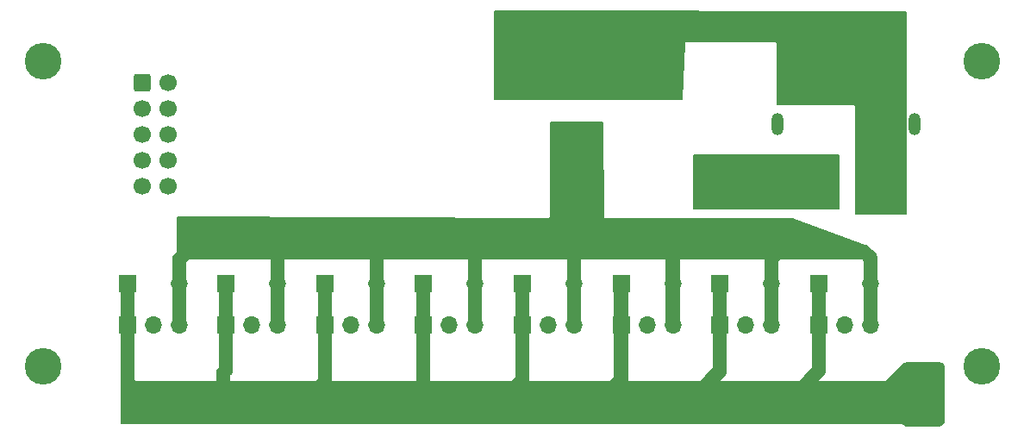
<source format=gbr>
%TF.GenerationSoftware,KiCad,Pcbnew,8.0.3*%
%TF.CreationDate,2024-11-21T16:05:02+01:00*%
%TF.ProjectId,LED Board,4c454420-426f-4617-9264-2e6b69636164,rev?*%
%TF.SameCoordinates,Original*%
%TF.FileFunction,Soldermask,Bot*%
%TF.FilePolarity,Negative*%
%FSLAX46Y46*%
G04 Gerber Fmt 4.6, Leading zero omitted, Abs format (unit mm)*
G04 Created by KiCad (PCBNEW 8.0.3) date 2024-11-21 16:05:02*
%MOMM*%
%LPD*%
G01*
G04 APERTURE LIST*
G04 Aperture macros list*
%AMRoundRect*
0 Rectangle with rounded corners*
0 $1 Rounding radius*
0 $2 $3 $4 $5 $6 $7 $8 $9 X,Y pos of 4 corners*
0 Add a 4 corners polygon primitive as box body*
4,1,4,$2,$3,$4,$5,$6,$7,$8,$9,$2,$3,0*
0 Add four circle primitives for the rounded corners*
1,1,$1+$1,$2,$3*
1,1,$1+$1,$4,$5*
1,1,$1+$1,$6,$7*
1,1,$1+$1,$8,$9*
0 Add four rect primitives between the rounded corners*
20,1,$1+$1,$2,$3,$4,$5,0*
20,1,$1+$1,$4,$5,$6,$7,0*
20,1,$1+$1,$6,$7,$8,$9,0*
20,1,$1+$1,$8,$9,$2,$3,0*%
G04 Aperture macros list end*
%ADD10C,0.150000*%
%ADD11R,1.700000X1.700000*%
%ADD12O,1.700000X1.700000*%
%ADD13C,3.600000*%
%ADD14RoundRect,0.250000X-0.600000X-0.600000X0.600000X-0.600000X0.600000X0.600000X-0.600000X0.600000X0*%
%ADD15C,1.700000*%
%ADD16C,3.800000*%
%ADD17O,1.200000X2.200000*%
G04 APERTURE END LIST*
D10*
X157550000Y-40199532D02*
X157550000Y-60050000D01*
X152700000Y-60050000D01*
X152700000Y-49500000D01*
X152680194Y-49413223D01*
X152624698Y-49343634D01*
X152544504Y-49305014D01*
X152500000Y-49300000D01*
X144950000Y-49300000D01*
X144950000Y-43250000D01*
X144930194Y-43163223D01*
X144874698Y-43093634D01*
X144794504Y-43055014D01*
X144750000Y-43050000D01*
X136000000Y-43050000D01*
X135913223Y-43069806D01*
X135843634Y-43125302D01*
X135805014Y-43205496D01*
X135800189Y-43241313D01*
X135558507Y-48800000D01*
X117214673Y-48800000D01*
X117200331Y-40100468D01*
X157550000Y-40199532D01*
G36*
X157550000Y-40199532D02*
G01*
X157550000Y-60050000D01*
X152700000Y-60050000D01*
X152700000Y-49500000D01*
X152680194Y-49413223D01*
X152624698Y-49343634D01*
X152544504Y-49305014D01*
X152500000Y-49300000D01*
X144950000Y-49300000D01*
X144950000Y-43250000D01*
X144930194Y-43163223D01*
X144874698Y-43093634D01*
X144794504Y-43055014D01*
X144750000Y-43050000D01*
X136000000Y-43050000D01*
X135913223Y-43069806D01*
X135843634Y-43125302D01*
X135805014Y-43205496D01*
X135800189Y-43241313D01*
X135558507Y-48800000D01*
X117214673Y-48800000D01*
X117200331Y-40100468D01*
X157550000Y-40199532D01*
G37*
X136750000Y-54250000D02*
X151000000Y-54250000D01*
X151000000Y-59500000D01*
X136750000Y-59500000D01*
X136750000Y-54250000D01*
G36*
X136750000Y-54250000D02*
G01*
X151000000Y-54250000D01*
X151000000Y-59500000D01*
X136750000Y-59500000D01*
X136750000Y-54250000D01*
G37*
X80511838Y-76566647D02*
X161213056Y-76566647D01*
X161213056Y-80630024D01*
X80511838Y-80630024D01*
X80511838Y-76566647D01*
G36*
X80511838Y-76566647D02*
G01*
X161213056Y-76566647D01*
X161213056Y-80630024D01*
X80511838Y-80630024D01*
X80511838Y-76566647D01*
G37*
X81281889Y-66330762D02*
X81390382Y-66375701D01*
X81488024Y-66440943D01*
X81571056Y-66523975D01*
X81636298Y-66621617D01*
X81681237Y-66730110D01*
X81704166Y-66845378D01*
X81707995Y-70906184D01*
X81704493Y-70977460D01*
X81704252Y-70987412D01*
X81707777Y-76180473D01*
X81727642Y-76267236D01*
X81766724Y-76322126D01*
X82292763Y-76845436D01*
X82368251Y-76892595D01*
X82433915Y-76903647D01*
X89471912Y-76900162D01*
X89558679Y-76880313D01*
X89613743Y-76841072D01*
X89844439Y-76608706D01*
X89891523Y-76533171D01*
X89902508Y-76467142D01*
X89900016Y-75704579D01*
X89902887Y-75646136D01*
X89926762Y-75526110D01*
X89971702Y-75417614D01*
X90002926Y-75370885D01*
X90002927Y-75370885D01*
X90037362Y-75319347D01*
X90153983Y-75200965D01*
X90200772Y-75125246D01*
X90211505Y-75060439D01*
X90208004Y-70915817D01*
X90211465Y-70845349D01*
X90211706Y-70835350D01*
X90208004Y-66908811D01*
X90210887Y-66850136D01*
X90234762Y-66730110D01*
X90279701Y-66621617D01*
X90344943Y-66523975D01*
X90427975Y-66440943D01*
X90525617Y-66375701D01*
X90634110Y-66330762D01*
X90749285Y-66307852D01*
X90866715Y-66307852D01*
X90981889Y-66330762D01*
X91090382Y-66375701D01*
X91188024Y-66440943D01*
X91271056Y-66523975D01*
X91336298Y-66621617D01*
X91381237Y-66730110D01*
X91404166Y-66845378D01*
X91407995Y-70906187D01*
X91404519Y-70976948D01*
X91404278Y-70986931D01*
X91407995Y-75387178D01*
X91405112Y-75445864D01*
X91381238Y-75565888D01*
X91336298Y-75674382D01*
X91270638Y-75772649D01*
X91155007Y-75890027D01*
X91108218Y-75965745D01*
X91097485Y-76031039D01*
X91099684Y-76703890D01*
X91119774Y-76790601D01*
X91175497Y-76860009D01*
X91255816Y-76898366D01*
X91299761Y-76903236D01*
X99272378Y-76900127D01*
X99359147Y-76880287D01*
X99414120Y-76841148D01*
X99853396Y-76399382D01*
X99900539Y-76323883D01*
X99911576Y-76258227D01*
X99908003Y-70915835D01*
X99911465Y-70845349D01*
X99911706Y-70835350D01*
X99908004Y-66908811D01*
X99910887Y-66850136D01*
X99934762Y-66730110D01*
X99979701Y-66621617D01*
X100044943Y-66523975D01*
X100127975Y-66440943D01*
X100225617Y-66375701D01*
X100334110Y-66330762D01*
X100449285Y-66307852D01*
X100566715Y-66307852D01*
X100681889Y-66330762D01*
X100790382Y-66375701D01*
X100888024Y-66440943D01*
X100971056Y-66523975D01*
X101036298Y-66621617D01*
X101081237Y-66730110D01*
X101104166Y-66845378D01*
X101107995Y-70906187D01*
X101104492Y-70977493D01*
X101104251Y-70987441D01*
X101107996Y-76587160D01*
X101105113Y-76645860D01*
X101101477Y-76664139D01*
X101103973Y-76753112D01*
X101144825Y-76832192D01*
X101215943Y-76885715D01*
X101297712Y-76903159D01*
X109072187Y-76900127D01*
X109158956Y-76880287D01*
X109213976Y-76841102D01*
X109553448Y-76499482D01*
X109600565Y-76423967D01*
X109611581Y-76358376D01*
X109608003Y-70915836D01*
X109611465Y-70845349D01*
X109611706Y-70835350D01*
X109608004Y-66908811D01*
X109610887Y-66850136D01*
X109634762Y-66730110D01*
X109679701Y-66621617D01*
X109744943Y-66523975D01*
X109827975Y-66440943D01*
X109925617Y-66375701D01*
X110034110Y-66330762D01*
X110149285Y-66307852D01*
X110266715Y-66307852D01*
X110381889Y-66330762D01*
X110490382Y-66375701D01*
X110588024Y-66440943D01*
X110671056Y-66523975D01*
X110736298Y-66621617D01*
X110781237Y-66730110D01*
X110804166Y-66845378D01*
X110807995Y-70906185D01*
X110804490Y-70977527D01*
X110804249Y-70987474D01*
X110807996Y-76687146D01*
X110807692Y-76693344D01*
X110823213Y-76780989D01*
X110875225Y-76853220D01*
X110953425Y-76895731D01*
X111007532Y-76903166D01*
X118472658Y-76900133D01*
X118559427Y-76880292D01*
X118614329Y-76841223D01*
X119253318Y-76199235D01*
X119300497Y-76123759D01*
X119311566Y-76058006D01*
X119308003Y-70915832D01*
X119311465Y-70845349D01*
X119311706Y-70835350D01*
X119308004Y-66908811D01*
X119310887Y-66850136D01*
X119334762Y-66730110D01*
X119379701Y-66621617D01*
X119444943Y-66523975D01*
X119527975Y-66440943D01*
X119625617Y-66375701D01*
X119734110Y-66330762D01*
X119849285Y-66307852D01*
X119966715Y-66307852D01*
X120081889Y-66330762D01*
X120190382Y-66375701D01*
X120288024Y-66440943D01*
X120371056Y-66523975D01*
X120436298Y-66621617D01*
X120481237Y-66730110D01*
X120504166Y-66845378D01*
X120507995Y-70906188D01*
X120504496Y-70977419D01*
X120504255Y-70987371D01*
X120507996Y-76387163D01*
X120505112Y-76445863D01*
X120488625Y-76528753D01*
X120481238Y-76565889D01*
X120456111Y-76626551D01*
X120441202Y-76714302D01*
X120465842Y-76799832D01*
X120525153Y-76866200D01*
X120607386Y-76900262D01*
X120640967Y-76903088D01*
X128072768Y-76900130D01*
X128159536Y-76880289D01*
X128214414Y-76841246D01*
X128953287Y-76099181D01*
X129000480Y-76023714D01*
X129011561Y-75957924D01*
X129008003Y-70915831D01*
X129011465Y-70845349D01*
X129011706Y-70835350D01*
X129008004Y-66908811D01*
X129010887Y-66850136D01*
X129034762Y-66730110D01*
X129079701Y-66621617D01*
X129144943Y-66523975D01*
X129227975Y-66440943D01*
X129325617Y-66375701D01*
X129434110Y-66330762D01*
X129549285Y-66307852D01*
X129666715Y-66307852D01*
X129781889Y-66330762D01*
X129890382Y-66375701D01*
X129988024Y-66440943D01*
X130071056Y-66523975D01*
X130136298Y-66621617D01*
X130181237Y-66730110D01*
X130204166Y-66845378D01*
X130207995Y-70906188D01*
X130204498Y-70977380D01*
X130204257Y-70987334D01*
X130207996Y-76287164D01*
X130205112Y-76345865D01*
X130188100Y-76431393D01*
X130181237Y-76465889D01*
X130136299Y-76574380D01*
X130124732Y-76591692D01*
X130092988Y-76674848D01*
X130100468Y-76763542D01*
X130145690Y-76840206D01*
X130219697Y-76889658D01*
X130291130Y-76902809D01*
X135595146Y-76900002D01*
X135653863Y-76902887D01*
X135728553Y-76917744D01*
X135728554Y-76917744D01*
X135773888Y-76926761D01*
X135882381Y-76971700D01*
X135980920Y-77037541D01*
X135989186Y-77045633D01*
X136065051Y-77092183D01*
X136129651Y-77102712D01*
X136773018Y-77100914D01*
X136859739Y-77080866D01*
X136914050Y-77042166D01*
X138653101Y-75298925D01*
X138700366Y-75223503D01*
X138711510Y-75157509D01*
X138708004Y-70915818D01*
X138711465Y-70845349D01*
X138711706Y-70835350D01*
X138708004Y-66908811D01*
X138710887Y-66850136D01*
X138734762Y-66730110D01*
X138779701Y-66621617D01*
X138844943Y-66523975D01*
X138927975Y-66440943D01*
X139025617Y-66375701D01*
X139134110Y-66330762D01*
X139249285Y-66307852D01*
X139366715Y-66307852D01*
X139481889Y-66330762D01*
X139590382Y-66375701D01*
X139688024Y-66440943D01*
X139771056Y-66523975D01*
X139836298Y-66621617D01*
X139881237Y-66730110D01*
X139904166Y-66845378D01*
X139907995Y-70906187D01*
X139904516Y-70977004D01*
X139904275Y-70986983D01*
X139907995Y-75487176D01*
X139905112Y-75545863D01*
X139896845Y-75587429D01*
X139881237Y-75665889D01*
X139836298Y-75774382D01*
X139770990Y-75872124D01*
X138983200Y-76661811D01*
X138935935Y-76737233D01*
X138926076Y-76825694D01*
X138955574Y-76909672D01*
X139018588Y-76972535D01*
X139102637Y-77001831D01*
X139124870Y-77003062D01*
X146573291Y-77000128D01*
X146660060Y-76980288D01*
X146714811Y-76941371D01*
X148353109Y-75298943D01*
X148400370Y-75223518D01*
X148411510Y-75157535D01*
X148408004Y-70915818D01*
X148411465Y-70845349D01*
X148411706Y-70835350D01*
X148408004Y-66908811D01*
X148410887Y-66850136D01*
X148434762Y-66730110D01*
X148479701Y-66621617D01*
X148544943Y-66523975D01*
X148627975Y-66440943D01*
X148725617Y-66375701D01*
X148834110Y-66330762D01*
X148949285Y-66307852D01*
X149066715Y-66307852D01*
X149181889Y-66330762D01*
X149290382Y-66375701D01*
X149388024Y-66440943D01*
X149471056Y-66523975D01*
X149536298Y-66621617D01*
X149581237Y-66730110D01*
X149604166Y-66845378D01*
X149607995Y-70906187D01*
X149604516Y-70977004D01*
X149604275Y-70986983D01*
X149607995Y-75487176D01*
X149605112Y-75545863D01*
X149596845Y-75587429D01*
X149581237Y-75665889D01*
X149536299Y-75774381D01*
X149470985Y-75872131D01*
X148683392Y-76661709D01*
X148636131Y-76737134D01*
X148626277Y-76825595D01*
X148655780Y-76909571D01*
X148718798Y-76972431D01*
X148802848Y-77001722D01*
X148825081Y-77002952D01*
X155073358Y-77000146D01*
X155160126Y-76980301D01*
X155214849Y-76941407D01*
X157322343Y-74829135D01*
X157365865Y-74789689D01*
X157467617Y-74721701D01*
X157576110Y-74676762D01*
X157691408Y-74653827D01*
X160745221Y-74650006D01*
X160803863Y-74652887D01*
X160923889Y-74676762D01*
X161032382Y-74721701D01*
X161130024Y-74786943D01*
X161213056Y-74869975D01*
X161278298Y-74967617D01*
X161323237Y-75076110D01*
X161346162Y-75191360D01*
X161349996Y-80245169D01*
X161347112Y-80303863D01*
X161323237Y-80423889D01*
X161278298Y-80532382D01*
X161213056Y-80630024D01*
X161130024Y-80713056D01*
X161032382Y-80778298D01*
X160923889Y-80823237D01*
X160808591Y-80846172D01*
X157754778Y-80849993D01*
X157696136Y-80847112D01*
X157576110Y-80823237D01*
X157467617Y-80778298D01*
X157369975Y-80713056D01*
X157286943Y-80630024D01*
X157221701Y-80532382D01*
X157176762Y-80423889D01*
X157153837Y-80308639D01*
X157151462Y-77177521D01*
X157131590Y-77090760D01*
X157076041Y-77021212D01*
X156995818Y-76982654D01*
X156906810Y-76982721D01*
X156826645Y-77021401D01*
X156809881Y-77036412D01*
X155827653Y-78020866D01*
X155784135Y-78060309D01*
X155682381Y-78128298D01*
X155573889Y-78173237D01*
X155458670Y-78196156D01*
X146904863Y-78199997D01*
X146832647Y-78196450D01*
X146822754Y-78196209D01*
X137485493Y-78199887D01*
X137398724Y-78219727D01*
X137387257Y-78226279D01*
X137273889Y-78273237D01*
X137158436Y-78296203D01*
X135804632Y-78299986D01*
X135746136Y-78297112D01*
X135626110Y-78273237D01*
X135517617Y-78228298D01*
X135419084Y-78162460D01*
X135409872Y-78153443D01*
X135334006Y-78106894D01*
X135269860Y-78096364D01*
X128404856Y-78099997D01*
X128332661Y-78096450D01*
X128322766Y-78096209D01*
X118804867Y-78099998D01*
X118732685Y-78096452D01*
X118722791Y-78096211D01*
X109404868Y-78099997D01*
X109332636Y-78096449D01*
X109322743Y-78096208D01*
X99604870Y-78099998D01*
X99532636Y-78096449D01*
X99522743Y-78096208D01*
X89804870Y-78099998D01*
X89732966Y-78096465D01*
X89723052Y-78096224D01*
X82104857Y-78099997D01*
X82046136Y-78097112D01*
X81926110Y-78073237D01*
X81817617Y-78028298D01*
X81719759Y-77962912D01*
X80687027Y-76935536D01*
X80647690Y-76892135D01*
X80579700Y-76790381D01*
X80534761Y-76681888D01*
X80511838Y-76566647D01*
X80508003Y-70915834D01*
X80511465Y-70845349D01*
X80511706Y-70835350D01*
X80508004Y-66908811D01*
X80510887Y-66850136D01*
X80534762Y-66730110D01*
X80579701Y-66621617D01*
X80644943Y-66523975D01*
X80727975Y-66440943D01*
X80825617Y-66375701D01*
X80934110Y-66330762D01*
X81049285Y-66307852D01*
X81166715Y-66307852D01*
X81281889Y-66330762D01*
G36*
X81281889Y-66330762D02*
G01*
X81390382Y-66375701D01*
X81488024Y-66440943D01*
X81571056Y-66523975D01*
X81636298Y-66621617D01*
X81681237Y-66730110D01*
X81704166Y-66845378D01*
X81707995Y-70906184D01*
X81704493Y-70977460D01*
X81704252Y-70987412D01*
X81707777Y-76180473D01*
X81727642Y-76267236D01*
X81766724Y-76322126D01*
X82292763Y-76845436D01*
X82368251Y-76892595D01*
X82433915Y-76903647D01*
X89471912Y-76900162D01*
X89558679Y-76880313D01*
X89613743Y-76841072D01*
X89844439Y-76608706D01*
X89891523Y-76533171D01*
X89902508Y-76467142D01*
X89900016Y-75704579D01*
X89902887Y-75646136D01*
X89926762Y-75526110D01*
X89971702Y-75417614D01*
X90002926Y-75370885D01*
X90002927Y-75370885D01*
X90037362Y-75319347D01*
X90153983Y-75200965D01*
X90200772Y-75125246D01*
X90211505Y-75060439D01*
X90208004Y-70915817D01*
X90211465Y-70845349D01*
X90211706Y-70835350D01*
X90208004Y-66908811D01*
X90210887Y-66850136D01*
X90234762Y-66730110D01*
X90279701Y-66621617D01*
X90344943Y-66523975D01*
X90427975Y-66440943D01*
X90525617Y-66375701D01*
X90634110Y-66330762D01*
X90749285Y-66307852D01*
X90866715Y-66307852D01*
X90981889Y-66330762D01*
X91090382Y-66375701D01*
X91188024Y-66440943D01*
X91271056Y-66523975D01*
X91336298Y-66621617D01*
X91381237Y-66730110D01*
X91404166Y-66845378D01*
X91407995Y-70906187D01*
X91404519Y-70976948D01*
X91404278Y-70986931D01*
X91407995Y-75387178D01*
X91405112Y-75445864D01*
X91381238Y-75565888D01*
X91336298Y-75674382D01*
X91270638Y-75772649D01*
X91155007Y-75890027D01*
X91108218Y-75965745D01*
X91097485Y-76031039D01*
X91099684Y-76703890D01*
X91119774Y-76790601D01*
X91175497Y-76860009D01*
X91255816Y-76898366D01*
X91299761Y-76903236D01*
X99272378Y-76900127D01*
X99359147Y-76880287D01*
X99414120Y-76841148D01*
X99853396Y-76399382D01*
X99900539Y-76323883D01*
X99911576Y-76258227D01*
X99908003Y-70915835D01*
X99911465Y-70845349D01*
X99911706Y-70835350D01*
X99908004Y-66908811D01*
X99910887Y-66850136D01*
X99934762Y-66730110D01*
X99979701Y-66621617D01*
X100044943Y-66523975D01*
X100127975Y-66440943D01*
X100225617Y-66375701D01*
X100334110Y-66330762D01*
X100449285Y-66307852D01*
X100566715Y-66307852D01*
X100681889Y-66330762D01*
X100790382Y-66375701D01*
X100888024Y-66440943D01*
X100971056Y-66523975D01*
X101036298Y-66621617D01*
X101081237Y-66730110D01*
X101104166Y-66845378D01*
X101107995Y-70906187D01*
X101104492Y-70977493D01*
X101104251Y-70987441D01*
X101107996Y-76587160D01*
X101105113Y-76645860D01*
X101101477Y-76664139D01*
X101103973Y-76753112D01*
X101144825Y-76832192D01*
X101215943Y-76885715D01*
X101297712Y-76903159D01*
X109072187Y-76900127D01*
X109158956Y-76880287D01*
X109213976Y-76841102D01*
X109553448Y-76499482D01*
X109600565Y-76423967D01*
X109611581Y-76358376D01*
X109608003Y-70915836D01*
X109611465Y-70845349D01*
X109611706Y-70835350D01*
X109608004Y-66908811D01*
X109610887Y-66850136D01*
X109634762Y-66730110D01*
X109679701Y-66621617D01*
X109744943Y-66523975D01*
X109827975Y-66440943D01*
X109925617Y-66375701D01*
X110034110Y-66330762D01*
X110149285Y-66307852D01*
X110266715Y-66307852D01*
X110381889Y-66330762D01*
X110490382Y-66375701D01*
X110588024Y-66440943D01*
X110671056Y-66523975D01*
X110736298Y-66621617D01*
X110781237Y-66730110D01*
X110804166Y-66845378D01*
X110807995Y-70906185D01*
X110804490Y-70977527D01*
X110804249Y-70987474D01*
X110807996Y-76687146D01*
X110807692Y-76693344D01*
X110823213Y-76780989D01*
X110875225Y-76853220D01*
X110953425Y-76895731D01*
X111007532Y-76903166D01*
X118472658Y-76900133D01*
X118559427Y-76880292D01*
X118614329Y-76841223D01*
X119253318Y-76199235D01*
X119300497Y-76123759D01*
X119311566Y-76058006D01*
X119308003Y-70915832D01*
X119311465Y-70845349D01*
X119311706Y-70835350D01*
X119308004Y-66908811D01*
X119310887Y-66850136D01*
X119334762Y-66730110D01*
X119379701Y-66621617D01*
X119444943Y-66523975D01*
X119527975Y-66440943D01*
X119625617Y-66375701D01*
X119734110Y-66330762D01*
X119849285Y-66307852D01*
X119966715Y-66307852D01*
X120081889Y-66330762D01*
X120190382Y-66375701D01*
X120288024Y-66440943D01*
X120371056Y-66523975D01*
X120436298Y-66621617D01*
X120481237Y-66730110D01*
X120504166Y-66845378D01*
X120507995Y-70906188D01*
X120504496Y-70977419D01*
X120504255Y-70987371D01*
X120507996Y-76387163D01*
X120505112Y-76445863D01*
X120488625Y-76528753D01*
X120481238Y-76565889D01*
X120456111Y-76626551D01*
X120441202Y-76714302D01*
X120465842Y-76799832D01*
X120525153Y-76866200D01*
X120607386Y-76900262D01*
X120640967Y-76903088D01*
X128072768Y-76900130D01*
X128159536Y-76880289D01*
X128214414Y-76841246D01*
X128953287Y-76099181D01*
X129000480Y-76023714D01*
X129011561Y-75957924D01*
X129008003Y-70915831D01*
X129011465Y-70845349D01*
X129011706Y-70835350D01*
X129008004Y-66908811D01*
X129010887Y-66850136D01*
X129034762Y-66730110D01*
X129079701Y-66621617D01*
X129144943Y-66523975D01*
X129227975Y-66440943D01*
X129325617Y-66375701D01*
X129434110Y-66330762D01*
X129549285Y-66307852D01*
X129666715Y-66307852D01*
X129781889Y-66330762D01*
X129890382Y-66375701D01*
X129988024Y-66440943D01*
X130071056Y-66523975D01*
X130136298Y-66621617D01*
X130181237Y-66730110D01*
X130204166Y-66845378D01*
X130207995Y-70906188D01*
X130204498Y-70977380D01*
X130204257Y-70987334D01*
X130207996Y-76287164D01*
X130205112Y-76345865D01*
X130188100Y-76431393D01*
X130181237Y-76465889D01*
X130136299Y-76574380D01*
X130124732Y-76591692D01*
X130092988Y-76674848D01*
X130100468Y-76763542D01*
X130145690Y-76840206D01*
X130219697Y-76889658D01*
X130291130Y-76902809D01*
X135595146Y-76900002D01*
X135653863Y-76902887D01*
X135728553Y-76917744D01*
X135728554Y-76917744D01*
X135773888Y-76926761D01*
X135882381Y-76971700D01*
X135980920Y-77037541D01*
X135989186Y-77045633D01*
X136065051Y-77092183D01*
X136129651Y-77102712D01*
X136773018Y-77100914D01*
X136859739Y-77080866D01*
X136914050Y-77042166D01*
X138653101Y-75298925D01*
X138700366Y-75223503D01*
X138711510Y-75157509D01*
X138708004Y-70915818D01*
X138711465Y-70845349D01*
X138711706Y-70835350D01*
X138708004Y-66908811D01*
X138710887Y-66850136D01*
X138734762Y-66730110D01*
X138779701Y-66621617D01*
X138844943Y-66523975D01*
X138927975Y-66440943D01*
X139025617Y-66375701D01*
X139134110Y-66330762D01*
X139249285Y-66307852D01*
X139366715Y-66307852D01*
X139481889Y-66330762D01*
X139590382Y-66375701D01*
X139688024Y-66440943D01*
X139771056Y-66523975D01*
X139836298Y-66621617D01*
X139881237Y-66730110D01*
X139904166Y-66845378D01*
X139907995Y-70906187D01*
X139904516Y-70977004D01*
X139904275Y-70986983D01*
X139907995Y-75487176D01*
X139905112Y-75545863D01*
X139896845Y-75587429D01*
X139881237Y-75665889D01*
X139836298Y-75774382D01*
X139770990Y-75872124D01*
X138983200Y-76661811D01*
X138935935Y-76737233D01*
X138926076Y-76825694D01*
X138955574Y-76909672D01*
X139018588Y-76972535D01*
X139102637Y-77001831D01*
X139124870Y-77003062D01*
X146573291Y-77000128D01*
X146660060Y-76980288D01*
X146714811Y-76941371D01*
X148353109Y-75298943D01*
X148400370Y-75223518D01*
X148411510Y-75157535D01*
X148408004Y-70915818D01*
X148411465Y-70845349D01*
X148411706Y-70835350D01*
X148408004Y-66908811D01*
X148410887Y-66850136D01*
X148434762Y-66730110D01*
X148479701Y-66621617D01*
X148544943Y-66523975D01*
X148627975Y-66440943D01*
X148725617Y-66375701D01*
X148834110Y-66330762D01*
X148949285Y-66307852D01*
X149066715Y-66307852D01*
X149181889Y-66330762D01*
X149290382Y-66375701D01*
X149388024Y-66440943D01*
X149471056Y-66523975D01*
X149536298Y-66621617D01*
X149581237Y-66730110D01*
X149604166Y-66845378D01*
X149607995Y-70906187D01*
X149604516Y-70977004D01*
X149604275Y-70986983D01*
X149607995Y-75487176D01*
X149605112Y-75545863D01*
X149596845Y-75587429D01*
X149581237Y-75665889D01*
X149536299Y-75774381D01*
X149470985Y-75872131D01*
X148683392Y-76661709D01*
X148636131Y-76737134D01*
X148626277Y-76825595D01*
X148655780Y-76909571D01*
X148718798Y-76972431D01*
X148802848Y-77001722D01*
X148825081Y-77002952D01*
X155073358Y-77000146D01*
X155160126Y-76980301D01*
X155214849Y-76941407D01*
X157322343Y-74829135D01*
X157365865Y-74789689D01*
X157467617Y-74721701D01*
X157576110Y-74676762D01*
X157691408Y-74653827D01*
X160745221Y-74650006D01*
X160803863Y-74652887D01*
X160923889Y-74676762D01*
X161032382Y-74721701D01*
X161130024Y-74786943D01*
X161213056Y-74869975D01*
X161278298Y-74967617D01*
X161323237Y-75076110D01*
X161346162Y-75191360D01*
X161349996Y-80245169D01*
X161347112Y-80303863D01*
X161323237Y-80423889D01*
X161278298Y-80532382D01*
X161213056Y-80630024D01*
X161130024Y-80713056D01*
X161032382Y-80778298D01*
X160923889Y-80823237D01*
X160808591Y-80846172D01*
X157754778Y-80849993D01*
X157696136Y-80847112D01*
X157576110Y-80823237D01*
X157467617Y-80778298D01*
X157369975Y-80713056D01*
X157286943Y-80630024D01*
X157221701Y-80532382D01*
X157176762Y-80423889D01*
X157153837Y-80308639D01*
X157151462Y-77177521D01*
X157131590Y-77090760D01*
X157076041Y-77021212D01*
X156995818Y-76982654D01*
X156906810Y-76982721D01*
X156826645Y-77021401D01*
X156809881Y-77036412D01*
X155827653Y-78020866D01*
X155784135Y-78060309D01*
X155682381Y-78128298D01*
X155573889Y-78173237D01*
X155458670Y-78196156D01*
X146904863Y-78199997D01*
X146832647Y-78196450D01*
X146822754Y-78196209D01*
X137485493Y-78199887D01*
X137398724Y-78219727D01*
X137387257Y-78226279D01*
X137273889Y-78273237D01*
X137158436Y-78296203D01*
X135804632Y-78299986D01*
X135746136Y-78297112D01*
X135626110Y-78273237D01*
X135517617Y-78228298D01*
X135419084Y-78162460D01*
X135409872Y-78153443D01*
X135334006Y-78106894D01*
X135269860Y-78096364D01*
X128404856Y-78099997D01*
X128332661Y-78096450D01*
X128322766Y-78096209D01*
X118804867Y-78099998D01*
X118732685Y-78096452D01*
X118722791Y-78096211D01*
X109404868Y-78099997D01*
X109332636Y-78096449D01*
X109322743Y-78096208D01*
X99604870Y-78099998D01*
X99532636Y-78096449D01*
X99522743Y-78096208D01*
X89804870Y-78099998D01*
X89732966Y-78096465D01*
X89723052Y-78096224D01*
X82104857Y-78099997D01*
X82046136Y-78097112D01*
X81926110Y-78073237D01*
X81817617Y-78028298D01*
X81719759Y-77962912D01*
X80687027Y-76935536D01*
X80647690Y-76892135D01*
X80579700Y-76790381D01*
X80534761Y-76681888D01*
X80511838Y-76566647D01*
X80508003Y-70915834D01*
X80511465Y-70845349D01*
X80511706Y-70835350D01*
X80508004Y-66908811D01*
X80510887Y-66850136D01*
X80534762Y-66730110D01*
X80579701Y-66621617D01*
X80644943Y-66523975D01*
X80727975Y-66440943D01*
X80825617Y-66375701D01*
X80934110Y-66330762D01*
X81049285Y-66307852D01*
X81166715Y-66307852D01*
X81281889Y-66330762D01*
G37*
X145067181Y-63153541D02*
X145077083Y-63153782D01*
X153495138Y-63150002D01*
X153553863Y-63152887D01*
X153673889Y-63176762D01*
X153782381Y-63221700D01*
X153880376Y-63287178D01*
X154509084Y-63910586D01*
X154548309Y-63953864D01*
X154606454Y-64040885D01*
X154606456Y-64040887D01*
X154616298Y-64055617D01*
X154661237Y-64164110D01*
X154684176Y-64279428D01*
X154687992Y-66899242D01*
X154684534Y-66969647D01*
X154684293Y-66979649D01*
X154687995Y-70906188D01*
X154685112Y-70964863D01*
X154661237Y-71084889D01*
X154616298Y-71193382D01*
X154551056Y-71291024D01*
X154468024Y-71374056D01*
X154370382Y-71439298D01*
X154261889Y-71484237D01*
X154146715Y-71507148D01*
X154029285Y-71507148D01*
X153914110Y-71484237D01*
X153805617Y-71439298D01*
X153707975Y-71374056D01*
X153624943Y-71291024D01*
X153559701Y-71193382D01*
X153514762Y-71084889D01*
X153491833Y-70969621D01*
X153488004Y-66908810D01*
X153491389Y-66839915D01*
X153491630Y-66829811D01*
X153488479Y-64666572D01*
X153468546Y-64579824D01*
X153429300Y-64524844D01*
X153307744Y-64404313D01*
X153232179Y-64357277D01*
X153166833Y-64346332D01*
X145328356Y-64349852D01*
X145241588Y-64369697D01*
X145186449Y-64409009D01*
X145042755Y-64553881D01*
X144995707Y-64629439D01*
X144984752Y-64695018D01*
X144987992Y-66899243D01*
X144984534Y-66969647D01*
X144984293Y-66979649D01*
X144987995Y-70906188D01*
X144985112Y-70964863D01*
X144961237Y-71084889D01*
X144916298Y-71193382D01*
X144851056Y-71291024D01*
X144768024Y-71374056D01*
X144670382Y-71439298D01*
X144561889Y-71484237D01*
X144446715Y-71507148D01*
X144329285Y-71507148D01*
X144214110Y-71484237D01*
X144105617Y-71439298D01*
X144007975Y-71374056D01*
X143924943Y-71291024D01*
X143859701Y-71193382D01*
X143814762Y-71084889D01*
X143791833Y-70969621D01*
X143788004Y-66908809D01*
X143791387Y-66839954D01*
X143791628Y-66829848D01*
X143788271Y-64546396D01*
X143768337Y-64459648D01*
X143712739Y-64390141D01*
X143632488Y-64351639D01*
X143588198Y-64346690D01*
X135484948Y-64349641D01*
X135398179Y-64369479D01*
X135328609Y-64425000D01*
X135290019Y-64505208D01*
X135285021Y-64549894D01*
X135287993Y-66899222D01*
X135284534Y-66969647D01*
X135284293Y-66979649D01*
X135287995Y-70906188D01*
X135285112Y-70964863D01*
X135261237Y-71084889D01*
X135216298Y-71193382D01*
X135151056Y-71291024D01*
X135068024Y-71374056D01*
X134970382Y-71439298D01*
X134861889Y-71484237D01*
X134746715Y-71507148D01*
X134629285Y-71507148D01*
X134514110Y-71484237D01*
X134405617Y-71439298D01*
X134307975Y-71374056D01*
X134224943Y-71291024D01*
X134159701Y-71193382D01*
X134114762Y-71084889D01*
X134091833Y-70969621D01*
X134088004Y-66908808D01*
X134091417Y-66839334D01*
X134091658Y-66829270D01*
X134088769Y-64546172D01*
X134068853Y-64459420D01*
X134013269Y-64389901D01*
X133933026Y-64351383D01*
X133888689Y-64346425D01*
X125785103Y-64349684D01*
X125698334Y-64369525D01*
X125628767Y-64425049D01*
X125590180Y-64505258D01*
X125585183Y-64549923D01*
X125587993Y-66899215D01*
X125584534Y-66969647D01*
X125584293Y-66979649D01*
X125587995Y-70906188D01*
X125585112Y-70964863D01*
X125561237Y-71084889D01*
X125516298Y-71193382D01*
X125451056Y-71291024D01*
X125368024Y-71374056D01*
X125270382Y-71439298D01*
X125161889Y-71484237D01*
X125046715Y-71507148D01*
X124929285Y-71507148D01*
X124814110Y-71484237D01*
X124705617Y-71439298D01*
X124607975Y-71374056D01*
X124524943Y-71291024D01*
X124459701Y-71193382D01*
X124414762Y-71084889D01*
X124391833Y-70969621D01*
X124388004Y-66908807D01*
X124391427Y-66839124D01*
X124391668Y-66829074D01*
X124388938Y-64546257D01*
X124369028Y-64459504D01*
X124313449Y-64389981D01*
X124233209Y-64351457D01*
X124188860Y-64346496D01*
X116085083Y-64349672D01*
X115998314Y-64369512D01*
X115928746Y-64425035D01*
X115890158Y-64505244D01*
X115885161Y-64549913D01*
X115887993Y-66899216D01*
X115884534Y-66969647D01*
X115884293Y-66979649D01*
X115887995Y-70906188D01*
X115885112Y-70964863D01*
X115861237Y-71084889D01*
X115816298Y-71193382D01*
X115751056Y-71291024D01*
X115668024Y-71374056D01*
X115570382Y-71439298D01*
X115461889Y-71484237D01*
X115346715Y-71507148D01*
X115229285Y-71507148D01*
X115114110Y-71484237D01*
X115005617Y-71439298D01*
X114907975Y-71374056D01*
X114824943Y-71291024D01*
X114759701Y-71193382D01*
X114714762Y-71084889D01*
X114691833Y-70969621D01*
X114688004Y-66908809D01*
X114691426Y-66839155D01*
X114691667Y-66829102D01*
X114688914Y-64546253D01*
X114669003Y-64459500D01*
X114613423Y-64389977D01*
X114533183Y-64351455D01*
X114488831Y-64346494D01*
X106384701Y-64349841D01*
X106297933Y-64369683D01*
X106228366Y-64425208D01*
X106189780Y-64505417D01*
X106184784Y-64550114D01*
X106187993Y-66899232D01*
X106184534Y-66969647D01*
X106184293Y-66979649D01*
X106187995Y-70906188D01*
X106185112Y-70964863D01*
X106161237Y-71084889D01*
X106116298Y-71193382D01*
X106051056Y-71291024D01*
X105968024Y-71374056D01*
X105870382Y-71439298D01*
X105761889Y-71484237D01*
X105646715Y-71507148D01*
X105529285Y-71507148D01*
X105414110Y-71484237D01*
X105305617Y-71439298D01*
X105207975Y-71374056D01*
X105124943Y-71291024D01*
X105059701Y-71193382D01*
X105014762Y-71084889D01*
X104991833Y-70969621D01*
X104988004Y-66908808D01*
X104991402Y-66839639D01*
X104991643Y-66829555D01*
X104988525Y-64546367D01*
X104968600Y-64459617D01*
X104913009Y-64390104D01*
X104832763Y-64351594D01*
X104788449Y-64346640D01*
X96685017Y-64349738D01*
X96598247Y-64369577D01*
X96528679Y-64425100D01*
X96490090Y-64505308D01*
X96485093Y-64549985D01*
X96487993Y-66899219D01*
X96484534Y-66969647D01*
X96484293Y-66979649D01*
X96487995Y-70906188D01*
X96485112Y-70964863D01*
X96461237Y-71084889D01*
X96416298Y-71193382D01*
X96351056Y-71291024D01*
X96268024Y-71374056D01*
X96170382Y-71439298D01*
X96061889Y-71484237D01*
X95946715Y-71507148D01*
X95829285Y-71507148D01*
X95714110Y-71484237D01*
X95605617Y-71439298D01*
X95507975Y-71374056D01*
X95424943Y-71291024D01*
X95359701Y-71193382D01*
X95314762Y-71084889D01*
X95291833Y-70969621D01*
X95288004Y-66908809D01*
X95291422Y-66839242D01*
X95291663Y-66829183D01*
X95288845Y-64546320D01*
X95268932Y-64459568D01*
X95213350Y-64390047D01*
X95133108Y-64351527D01*
X95088760Y-64346567D01*
X87327807Y-64349860D01*
X87241039Y-64369703D01*
X87186027Y-64408883D01*
X86842937Y-64754134D01*
X86795819Y-64829648D01*
X86784802Y-64895429D01*
X86787991Y-66899256D01*
X86784534Y-66969647D01*
X86784293Y-66979649D01*
X86787995Y-70906188D01*
X86785112Y-70964863D01*
X86761237Y-71084889D01*
X86716298Y-71193382D01*
X86651056Y-71291024D01*
X86568024Y-71374056D01*
X86470382Y-71439298D01*
X86361889Y-71484237D01*
X86246715Y-71507148D01*
X86129285Y-71507148D01*
X86014110Y-71484237D01*
X85905617Y-71439298D01*
X85807975Y-71374056D01*
X85724943Y-71291024D01*
X85659701Y-71193382D01*
X85614762Y-71084889D01*
X85591833Y-70969621D01*
X85588004Y-66908809D01*
X85591369Y-66840319D01*
X85591610Y-66830189D01*
X85588008Y-64566743D01*
X85590887Y-64508136D01*
X85614762Y-64388110D01*
X85659701Y-64279618D01*
X85664047Y-64273114D01*
X85664048Y-64273113D01*
X85725117Y-64181714D01*
X86572503Y-63328990D01*
X86615865Y-63289690D01*
X86717617Y-63221701D01*
X86826110Y-63176762D01*
X86941327Y-63153843D01*
X95995137Y-63150002D01*
X96067391Y-63153551D01*
X96077279Y-63153792D01*
X105995134Y-63150001D01*
X106067295Y-63153546D01*
X106077189Y-63153787D01*
X115245134Y-63150002D01*
X115317359Y-63153550D01*
X115327250Y-63153791D01*
X124995133Y-63150001D01*
X125067328Y-63153548D01*
X125077220Y-63153789D01*
X134495134Y-63150001D01*
X134567448Y-63153554D01*
X134577333Y-63153795D01*
X144995130Y-63150001D01*
X145067181Y-63153541D01*
G36*
X145067181Y-63153541D02*
G01*
X145077083Y-63153782D01*
X153495138Y-63150002D01*
X153553863Y-63152887D01*
X153673889Y-63176762D01*
X153782381Y-63221700D01*
X153880376Y-63287178D01*
X154509084Y-63910586D01*
X154548309Y-63953864D01*
X154606454Y-64040885D01*
X154606456Y-64040887D01*
X154616298Y-64055617D01*
X154661237Y-64164110D01*
X154684176Y-64279428D01*
X154687992Y-66899242D01*
X154684534Y-66969647D01*
X154684293Y-66979649D01*
X154687995Y-70906188D01*
X154685112Y-70964863D01*
X154661237Y-71084889D01*
X154616298Y-71193382D01*
X154551056Y-71291024D01*
X154468024Y-71374056D01*
X154370382Y-71439298D01*
X154261889Y-71484237D01*
X154146715Y-71507148D01*
X154029285Y-71507148D01*
X153914110Y-71484237D01*
X153805617Y-71439298D01*
X153707975Y-71374056D01*
X153624943Y-71291024D01*
X153559701Y-71193382D01*
X153514762Y-71084889D01*
X153491833Y-70969621D01*
X153488004Y-66908810D01*
X153491389Y-66839915D01*
X153491630Y-66829811D01*
X153488479Y-64666572D01*
X153468546Y-64579824D01*
X153429300Y-64524844D01*
X153307744Y-64404313D01*
X153232179Y-64357277D01*
X153166833Y-64346332D01*
X145328356Y-64349852D01*
X145241588Y-64369697D01*
X145186449Y-64409009D01*
X145042755Y-64553881D01*
X144995707Y-64629439D01*
X144984752Y-64695018D01*
X144987992Y-66899243D01*
X144984534Y-66969647D01*
X144984293Y-66979649D01*
X144987995Y-70906188D01*
X144985112Y-70964863D01*
X144961237Y-71084889D01*
X144916298Y-71193382D01*
X144851056Y-71291024D01*
X144768024Y-71374056D01*
X144670382Y-71439298D01*
X144561889Y-71484237D01*
X144446715Y-71507148D01*
X144329285Y-71507148D01*
X144214110Y-71484237D01*
X144105617Y-71439298D01*
X144007975Y-71374056D01*
X143924943Y-71291024D01*
X143859701Y-71193382D01*
X143814762Y-71084889D01*
X143791833Y-70969621D01*
X143788004Y-66908809D01*
X143791387Y-66839954D01*
X143791628Y-66829848D01*
X143788271Y-64546396D01*
X143768337Y-64459648D01*
X143712739Y-64390141D01*
X143632488Y-64351639D01*
X143588198Y-64346690D01*
X135484948Y-64349641D01*
X135398179Y-64369479D01*
X135328609Y-64425000D01*
X135290019Y-64505208D01*
X135285021Y-64549894D01*
X135287993Y-66899222D01*
X135284534Y-66969647D01*
X135284293Y-66979649D01*
X135287995Y-70906188D01*
X135285112Y-70964863D01*
X135261237Y-71084889D01*
X135216298Y-71193382D01*
X135151056Y-71291024D01*
X135068024Y-71374056D01*
X134970382Y-71439298D01*
X134861889Y-71484237D01*
X134746715Y-71507148D01*
X134629285Y-71507148D01*
X134514110Y-71484237D01*
X134405617Y-71439298D01*
X134307975Y-71374056D01*
X134224943Y-71291024D01*
X134159701Y-71193382D01*
X134114762Y-71084889D01*
X134091833Y-70969621D01*
X134088004Y-66908808D01*
X134091417Y-66839334D01*
X134091658Y-66829270D01*
X134088769Y-64546172D01*
X134068853Y-64459420D01*
X134013269Y-64389901D01*
X133933026Y-64351383D01*
X133888689Y-64346425D01*
X125785103Y-64349684D01*
X125698334Y-64369525D01*
X125628767Y-64425049D01*
X125590180Y-64505258D01*
X125585183Y-64549923D01*
X125587993Y-66899215D01*
X125584534Y-66969647D01*
X125584293Y-66979649D01*
X125587995Y-70906188D01*
X125585112Y-70964863D01*
X125561237Y-71084889D01*
X125516298Y-71193382D01*
X125451056Y-71291024D01*
X125368024Y-71374056D01*
X125270382Y-71439298D01*
X125161889Y-71484237D01*
X125046715Y-71507148D01*
X124929285Y-71507148D01*
X124814110Y-71484237D01*
X124705617Y-71439298D01*
X124607975Y-71374056D01*
X124524943Y-71291024D01*
X124459701Y-71193382D01*
X124414762Y-71084889D01*
X124391833Y-70969621D01*
X124388004Y-66908807D01*
X124391427Y-66839124D01*
X124391668Y-66829074D01*
X124388938Y-64546257D01*
X124369028Y-64459504D01*
X124313449Y-64389981D01*
X124233209Y-64351457D01*
X124188860Y-64346496D01*
X116085083Y-64349672D01*
X115998314Y-64369512D01*
X115928746Y-64425035D01*
X115890158Y-64505244D01*
X115885161Y-64549913D01*
X115887993Y-66899216D01*
X115884534Y-66969647D01*
X115884293Y-66979649D01*
X115887995Y-70906188D01*
X115885112Y-70964863D01*
X115861237Y-71084889D01*
X115816298Y-71193382D01*
X115751056Y-71291024D01*
X115668024Y-71374056D01*
X115570382Y-71439298D01*
X115461889Y-71484237D01*
X115346715Y-71507148D01*
X115229285Y-71507148D01*
X115114110Y-71484237D01*
X115005617Y-71439298D01*
X114907975Y-71374056D01*
X114824943Y-71291024D01*
X114759701Y-71193382D01*
X114714762Y-71084889D01*
X114691833Y-70969621D01*
X114688004Y-66908809D01*
X114691426Y-66839155D01*
X114691667Y-66829102D01*
X114688914Y-64546253D01*
X114669003Y-64459500D01*
X114613423Y-64389977D01*
X114533183Y-64351455D01*
X114488831Y-64346494D01*
X106384701Y-64349841D01*
X106297933Y-64369683D01*
X106228366Y-64425208D01*
X106189780Y-64505417D01*
X106184784Y-64550114D01*
X106187993Y-66899232D01*
X106184534Y-66969647D01*
X106184293Y-66979649D01*
X106187995Y-70906188D01*
X106185112Y-70964863D01*
X106161237Y-71084889D01*
X106116298Y-71193382D01*
X106051056Y-71291024D01*
X105968024Y-71374056D01*
X105870382Y-71439298D01*
X105761889Y-71484237D01*
X105646715Y-71507148D01*
X105529285Y-71507148D01*
X105414110Y-71484237D01*
X105305617Y-71439298D01*
X105207975Y-71374056D01*
X105124943Y-71291024D01*
X105059701Y-71193382D01*
X105014762Y-71084889D01*
X104991833Y-70969621D01*
X104988004Y-66908808D01*
X104991402Y-66839639D01*
X104991643Y-66829555D01*
X104988525Y-64546367D01*
X104968600Y-64459617D01*
X104913009Y-64390104D01*
X104832763Y-64351594D01*
X104788449Y-64346640D01*
X96685017Y-64349738D01*
X96598247Y-64369577D01*
X96528679Y-64425100D01*
X96490090Y-64505308D01*
X96485093Y-64549985D01*
X96487993Y-66899219D01*
X96484534Y-66969647D01*
X96484293Y-66979649D01*
X96487995Y-70906188D01*
X96485112Y-70964863D01*
X96461237Y-71084889D01*
X96416298Y-71193382D01*
X96351056Y-71291024D01*
X96268024Y-71374056D01*
X96170382Y-71439298D01*
X96061889Y-71484237D01*
X95946715Y-71507148D01*
X95829285Y-71507148D01*
X95714110Y-71484237D01*
X95605617Y-71439298D01*
X95507975Y-71374056D01*
X95424943Y-71291024D01*
X95359701Y-71193382D01*
X95314762Y-71084889D01*
X95291833Y-70969621D01*
X95288004Y-66908809D01*
X95291422Y-66839242D01*
X95291663Y-66829183D01*
X95288845Y-64546320D01*
X95268932Y-64459568D01*
X95213350Y-64390047D01*
X95133108Y-64351527D01*
X95088760Y-64346567D01*
X87327807Y-64349860D01*
X87241039Y-64369703D01*
X87186027Y-64408883D01*
X86842937Y-64754134D01*
X86795819Y-64829648D01*
X86784802Y-64895429D01*
X86787991Y-66899256D01*
X86784534Y-66969647D01*
X86784293Y-66979649D01*
X86787995Y-70906188D01*
X86785112Y-70964863D01*
X86761237Y-71084889D01*
X86716298Y-71193382D01*
X86651056Y-71291024D01*
X86568024Y-71374056D01*
X86470382Y-71439298D01*
X86361889Y-71484237D01*
X86246715Y-71507148D01*
X86129285Y-71507148D01*
X86014110Y-71484237D01*
X85905617Y-71439298D01*
X85807975Y-71374056D01*
X85724943Y-71291024D01*
X85659701Y-71193382D01*
X85614762Y-71084889D01*
X85591833Y-70969621D01*
X85588004Y-66908809D01*
X85591369Y-66840319D01*
X85591610Y-66830189D01*
X85588008Y-64566743D01*
X85590887Y-64508136D01*
X85614762Y-64388110D01*
X85659701Y-64279618D01*
X85664047Y-64273114D01*
X85664048Y-64273113D01*
X85725117Y-64181714D01*
X86572503Y-63328990D01*
X86615865Y-63289690D01*
X86717617Y-63221701D01*
X86826110Y-63176762D01*
X86941327Y-63153843D01*
X95995137Y-63150002D01*
X96067391Y-63153551D01*
X96077279Y-63153792D01*
X105995134Y-63150001D01*
X106067295Y-63153546D01*
X106077189Y-63153787D01*
X115245134Y-63150002D01*
X115317359Y-63153550D01*
X115327250Y-63153791D01*
X124995133Y-63150001D01*
X125067328Y-63153548D01*
X125077220Y-63153789D01*
X134495134Y-63150001D01*
X134567448Y-63153554D01*
X134577333Y-63153795D01*
X144995130Y-63150001D01*
X145067181Y-63153541D01*
G37*
X127831616Y-60267297D02*
X127852208Y-60375606D01*
X127910536Y-60469163D01*
X127998721Y-60535333D01*
X128104855Y-60565177D01*
X128131882Y-60566373D01*
X146446863Y-60550047D01*
X153809734Y-63249766D01*
X154667044Y-64450000D01*
X86047940Y-64450000D01*
X86019484Y-60321637D01*
X122426798Y-60496854D01*
X122535265Y-60477110D01*
X122629276Y-60419517D01*
X122696133Y-60331852D01*
X122726807Y-60225955D01*
X122728221Y-60196027D01*
X122700832Y-51050000D01*
X127800922Y-51050000D01*
X127831616Y-60267297D01*
G36*
X127831616Y-60267297D02*
G01*
X127852208Y-60375606D01*
X127910536Y-60469163D01*
X127998721Y-60535333D01*
X128104855Y-60565177D01*
X128131882Y-60566373D01*
X146446863Y-60550047D01*
X153809734Y-63249766D01*
X154667044Y-64450000D01*
X86047940Y-64450000D01*
X86019484Y-60321637D01*
X122426798Y-60496854D01*
X122535265Y-60477110D01*
X122629276Y-60419517D01*
X122696133Y-60331852D01*
X122726807Y-60225955D01*
X122728221Y-60196027D01*
X122700832Y-51050000D01*
X127800922Y-51050000D01*
X127831616Y-60267297D01*
G37*
D11*
%TO.C,J7*%
X139308000Y-70911000D03*
D12*
X141848000Y-70911000D03*
X144388000Y-70911000D03*
%TD*%
D11*
%TO.C,J16*%
X149008000Y-66904000D03*
D12*
X154088000Y-66904000D03*
%TD*%
D11*
%TO.C,J13*%
X119908000Y-66904000D03*
D12*
X124988000Y-66904000D03*
%TD*%
D11*
%TO.C,J6*%
X129608000Y-70911000D03*
D12*
X132148000Y-70911000D03*
X134688000Y-70911000D03*
%TD*%
D11*
%TO.C,J14*%
X129608000Y-66904000D03*
D12*
X134688000Y-66904000D03*
%TD*%
D11*
%TO.C,J4*%
X110208000Y-70911000D03*
D12*
X112748000Y-70911000D03*
X115288000Y-70911000D03*
%TD*%
D13*
%TO.C,H3*%
X165000000Y-45000000D03*
%TD*%
D11*
%TO.C,J10*%
X90808000Y-66904000D03*
D12*
X95888000Y-66904000D03*
%TD*%
D13*
%TO.C,H1*%
X72800000Y-45000000D03*
%TD*%
D11*
%TO.C,J1*%
X81108000Y-70911000D03*
D12*
X83648000Y-70911000D03*
X86188000Y-70911000D03*
%TD*%
D11*
%TO.C,J11*%
X100508000Y-66904000D03*
D12*
X105588000Y-66904000D03*
%TD*%
D11*
%TO.C,J5*%
X119908000Y-70911000D03*
D12*
X122448000Y-70911000D03*
X124988000Y-70911000D03*
%TD*%
D13*
%TO.C,H2*%
X72800000Y-75000000D03*
%TD*%
D11*
%TO.C,J2*%
X90808000Y-70911000D03*
D12*
X93348000Y-70911000D03*
X95888000Y-70911000D03*
%TD*%
D11*
%TO.C,J12*%
X110208000Y-66904000D03*
D12*
X115288000Y-66904000D03*
%TD*%
D11*
%TO.C,J9*%
X81108000Y-66904000D03*
D12*
X86188000Y-66904000D03*
%TD*%
D11*
%TO.C,J15*%
X139308000Y-66904000D03*
D12*
X144388000Y-66904000D03*
%TD*%
D11*
%TO.C,J3*%
X100508000Y-70911000D03*
D12*
X103048000Y-70911000D03*
X105588000Y-70911000D03*
%TD*%
D14*
%TO.C,J18*%
X82550000Y-47117000D03*
D15*
X85090000Y-47117000D03*
X82550000Y-49657000D03*
X85090000Y-49657000D03*
X82550000Y-52197000D03*
X85090000Y-52197000D03*
X82550000Y-54737000D03*
X85090000Y-54737000D03*
X82550000Y-57277000D03*
X85090000Y-57277000D03*
%TD*%
D16*
%TO.C,CN1*%
X148100000Y-57200000D03*
X155300000Y-57200000D03*
D17*
X158450000Y-51200000D03*
X144950000Y-51200000D03*
%TD*%
D11*
%TO.C,J8*%
X149008000Y-70911000D03*
D12*
X151548000Y-70911000D03*
X154088000Y-70911000D03*
%TD*%
D13*
%TO.C,H4*%
X165000000Y-75000000D03*
%TD*%
M02*

</source>
